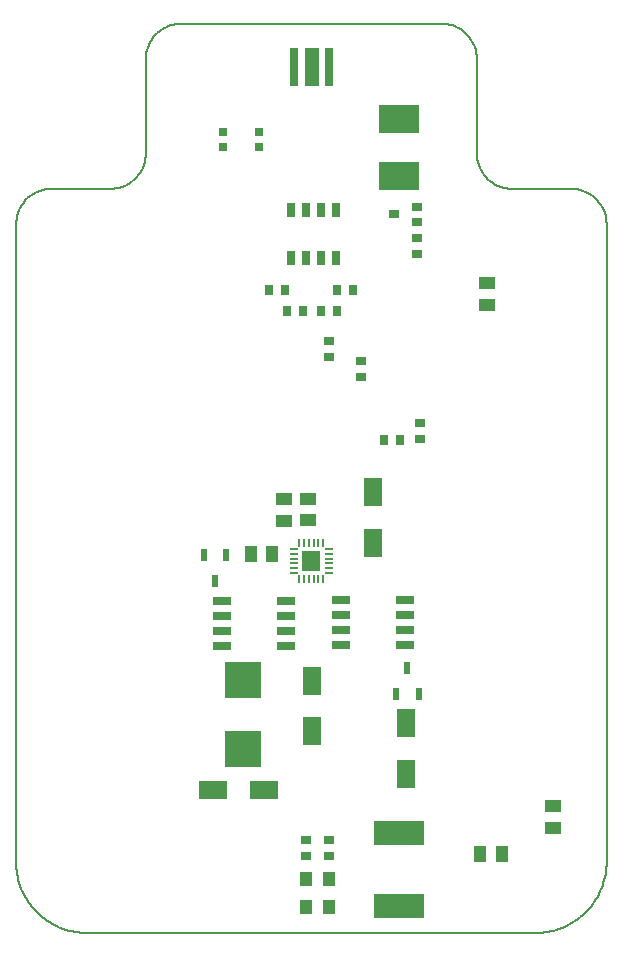
<source format=gtp>
G04*
G04 #@! TF.GenerationSoftware,Altium Limited,Altium Designer,21.9.2 (33)*
G04*
G04 Layer_Color=8421504*
%FSLAX44Y44*%
%MOMM*%
G71*
G04*
G04 #@! TF.SameCoordinates,AD09EAA5-2441-452A-AD90-05C7A032265F*
G04*
G04*
G04 #@! TF.FilePolarity,Positive*
G04*
G01*
G75*
%ADD18C,0.2032*%
%ADD19R,1.4000X1.0000*%
%ADD20R,0.7500X0.2000*%
%ADD21R,0.2000X0.7500*%
%ADD22R,1.5900X1.7500*%
%ADD23R,1.0000X1.4000*%
%ADD24R,0.8000X0.8000*%
%ADD25R,0.8000X0.9500*%
%ADD26R,0.9500X0.8000*%
%ADD27R,3.4000X2.4000*%
%ADD28R,0.9000X0.7000*%
%ADD29R,0.7000X3.3000*%
%ADD30R,1.3000X3.3000*%
%ADD31R,0.7600X1.2700*%
%ADD32R,0.6000X1.0500*%
%ADD33R,4.3000X2.0000*%
%ADD34R,2.3500X1.5500*%
%ADD35R,1.1000X1.2500*%
%ADD36R,1.5500X2.3500*%
%ADD37R,1.5250X0.6500*%
%ADD38R,3.1000X3.1000*%
D18*
X390089Y660060D02*
X390191Y657577D01*
X390499Y655111D01*
X391009Y652679D01*
X391718Y650297D01*
X392621Y647982D01*
X393713Y645749D01*
X394985Y643614D01*
X396429Y641592D01*
X398035Y639695D01*
X399793Y637938D01*
X401689Y636332D01*
X403712Y634888D01*
X405846Y633616D01*
X408079Y632524D01*
X410394Y631621D01*
X412776Y630912D01*
X415209Y630402D01*
X417675Y630094D01*
X420158Y629991D01*
X390089Y739965D02*
X389986Y742447D01*
X389679Y744912D01*
X389169Y747344D01*
X388460Y749725D01*
X387557Y752039D01*
X386466Y754271D01*
X385194Y756405D01*
X383751Y758427D01*
X382145Y760323D01*
X380388Y762080D01*
X378493Y763685D01*
X376471Y765129D01*
X374337Y766401D01*
X372105Y767492D01*
X369790Y768395D01*
X367409Y769104D01*
X364978Y769613D01*
X362513Y769921D01*
X360030Y770023D01*
X439985Y-0D02*
X442533Y54D01*
X445075Y216D01*
X447609Y486D01*
X450129Y863D01*
X452630Y1347D01*
X455109Y1936D01*
X457560Y2630D01*
X459980Y3428D01*
X462364Y4328D01*
X464707Y5328D01*
X467006Y6426D01*
X469256Y7621D01*
X471454Y8911D01*
X473594Y10292D01*
X475674Y11763D01*
X477690Y13322D01*
X479638Y14964D01*
X481515Y16688D01*
X483316Y18489D01*
X485040Y20366D01*
X486682Y22313D01*
X488240Y24329D01*
X489711Y26409D01*
X491093Y28550D01*
X492382Y30747D01*
X493577Y32998D01*
X494676Y35296D01*
X495676Y37640D01*
X496575Y40024D01*
X497373Y42443D01*
X498067Y44895D01*
X498657Y47373D01*
X499141Y49875D01*
X499518Y52395D01*
X499788Y54928D01*
X499950Y57471D01*
X500004Y60018D01*
X500004Y599990D02*
X499901Y602468D01*
X499594Y604928D01*
X499086Y607355D01*
X498378Y609732D01*
X497477Y612042D01*
X496387Y614270D01*
X495118Y616400D01*
X493677Y618418D01*
X492075Y620310D01*
X490321Y622063D01*
X488429Y623666D01*
X486411Y625107D01*
X484280Y626376D01*
X482052Y627465D01*
X479742Y628366D01*
X477366Y629074D01*
X474939Y629583D01*
X472478Y629889D01*
X470000Y629991D01*
X140077Y770023D02*
X137592Y769921D01*
X135125Y769613D01*
X132691Y769103D01*
X130307Y768393D01*
X127991Y767489D01*
X125756Y766397D01*
X123620Y765124D01*
X121596Y763679D01*
X119698Y762072D01*
X117940Y760313D01*
X116333Y758415D01*
X114888Y756391D01*
X113615Y754255D01*
X112522Y752021D01*
X111618Y749704D01*
X110909Y747321D01*
X110398Y744887D01*
X110091Y742419D01*
X109988Y739934D01*
X79970Y629991D02*
X82449Y630094D01*
X84911Y630401D01*
X87339Y630910D01*
X89717Y631618D01*
X92028Y632520D01*
X94257Y633610D01*
X96389Y634879D01*
X98408Y636321D01*
X100301Y637924D01*
X102055Y639679D01*
X103659Y641572D01*
X105100Y643591D01*
X106370Y645723D01*
X107460Y647951D01*
X108362Y650263D01*
X109070Y652640D01*
X109579Y655069D01*
X109886Y657531D01*
X109988Y660009D01*
X0Y59992D02*
X54Y57446D01*
X216Y54904D01*
X486Y52372D01*
X863Y49853D01*
X1347Y47353D01*
X1936Y44875D01*
X2630Y42425D01*
X3427Y40006D01*
X4326Y37624D01*
X5326Y35281D01*
X6424Y32983D01*
X7618Y30734D01*
X8907Y28538D01*
X10288Y26398D01*
X11759Y24319D01*
X13316Y22304D01*
X14958Y20357D01*
X16681Y18481D01*
X18481Y16680D01*
X20357Y14957D01*
X22304Y13316D01*
X24319Y11758D01*
X26398Y10288D01*
X28538Y8907D01*
X30735Y7618D01*
X32984Y6423D01*
X35282Y5325D01*
X37624Y4326D01*
X40007Y3427D01*
X42425Y2629D01*
X44876Y1936D01*
X47353Y1346D01*
X49854Y863D01*
X52372Y486D01*
X54905Y216D01*
X57446Y54D01*
X59992Y-0D01*
X30084Y629991D02*
X27599Y629889D01*
X25132Y629581D01*
X22699Y629071D01*
X20316Y628361D01*
X17999Y627458D01*
X15766Y626366D01*
X13630Y625093D01*
X11606Y623648D01*
X9709Y622041D01*
X7951Y620283D01*
X6344Y618386D01*
X4899Y616362D01*
X3626Y614226D01*
X2534Y611992D01*
X1630Y609676D01*
X921Y607293D01*
X410Y604859D01*
X103Y602392D01*
X0Y599908D01*
X390089Y660061D02*
Y739965D01*
X140077Y770023D02*
X360030D01*
X500004Y60019D02*
Y599988D01*
X420158Y629991D02*
X470000D01*
X109988Y660009D02*
Y739934D01*
X30084Y629991D02*
X79970D01*
X59993Y-0D02*
X439985D01*
X0Y59992D02*
Y599908D01*
D19*
X454444Y107552D02*
D03*
Y89052D02*
D03*
X398713Y531441D02*
D03*
Y549941D02*
D03*
X227254Y367606D02*
D03*
Y349106D02*
D03*
X247253Y367759D02*
D03*
Y349259D02*
D03*
D20*
X235000Y325000D02*
D03*
Y321000D02*
D03*
Y317000D02*
D03*
Y313000D02*
D03*
Y309000D02*
D03*
Y305000D02*
D03*
X265000D02*
D03*
Y309000D02*
D03*
Y313000D02*
D03*
Y317000D02*
D03*
Y321000D02*
D03*
Y325000D02*
D03*
D21*
X240000Y300000D02*
D03*
X244000D02*
D03*
X248000D02*
D03*
X252000D02*
D03*
X256000D02*
D03*
X260000D02*
D03*
Y330000D02*
D03*
X256000D02*
D03*
X252000D02*
D03*
X248000D02*
D03*
X244000D02*
D03*
X240000D02*
D03*
D22*
X250000Y315000D02*
D03*
D23*
X198530Y321089D02*
D03*
X217030D02*
D03*
X411093Y66729D02*
D03*
X392593D02*
D03*
D24*
X175036Y678305D02*
D03*
Y665305D02*
D03*
X206036D02*
D03*
Y678305D02*
D03*
D25*
X325103Y417387D02*
D03*
X311603D02*
D03*
X271559Y544429D02*
D03*
X285059D02*
D03*
X227859Y544339D02*
D03*
X214359D02*
D03*
X257896Y526833D02*
D03*
X271397D02*
D03*
X243253D02*
D03*
X229753D02*
D03*
D26*
X341724Y431522D02*
D03*
Y418022D02*
D03*
X339440Y574905D02*
D03*
Y588405D02*
D03*
X265104Y487365D02*
D03*
Y500865D02*
D03*
X292274Y470940D02*
D03*
Y484440D02*
D03*
X245253Y65552D02*
D03*
Y79052D02*
D03*
X265253Y65552D02*
D03*
Y79052D02*
D03*
D27*
X324368Y688870D02*
D03*
Y640870D02*
D03*
D28*
X339401Y615031D02*
D03*
Y602031D02*
D03*
X320401Y608531D02*
D03*
D29*
X265249Y733184D02*
D03*
X235249D02*
D03*
D30*
X250249D02*
D03*
D31*
X271296Y612447D02*
D03*
X258596D02*
D03*
X245896D02*
D03*
X233196D02*
D03*
Y571447D02*
D03*
X245896D02*
D03*
X258596D02*
D03*
X271296D02*
D03*
D32*
X321924Y202610D02*
D03*
X340924D02*
D03*
X331424Y224610D02*
D03*
X168645Y298095D02*
D03*
X159145Y320095D02*
D03*
X178145D02*
D03*
D33*
X324154Y84476D02*
D03*
Y22476D02*
D03*
D34*
X166777Y121122D02*
D03*
X209777D02*
D03*
D35*
X245253Y22302D02*
D03*
Y45802D02*
D03*
X265253Y22302D02*
D03*
Y45802D02*
D03*
D36*
X250875Y170684D02*
D03*
Y213684D02*
D03*
X330369Y134499D02*
D03*
Y177499D02*
D03*
X301941Y373403D02*
D03*
Y330403D02*
D03*
D37*
X174648Y280782D02*
D03*
Y268082D02*
D03*
Y255382D02*
D03*
Y242682D02*
D03*
X228889D02*
D03*
Y255382D02*
D03*
Y268082D02*
D03*
Y280782D02*
D03*
X329421Y243593D02*
D03*
Y256293D02*
D03*
Y268993D02*
D03*
Y281693D02*
D03*
X275181D02*
D03*
Y268993D02*
D03*
Y256293D02*
D03*
Y243593D02*
D03*
D38*
X192090Y213815D02*
D03*
Y155815D02*
D03*
M02*

</source>
